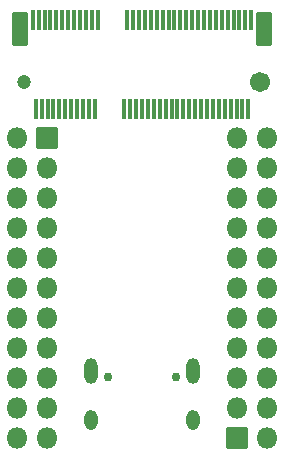
<source format=gbr>
G04 #@! TF.GenerationSoftware,KiCad,Pcbnew,(6.0.1)*
G04 #@! TF.CreationDate,2022-02-14T15:35:13+08:00*
G04 #@! TF.ProjectId,Test_Board,54657374-5f42-46f6-9172-642e6b696361,rev?*
G04 #@! TF.SameCoordinates,Original*
G04 #@! TF.FileFunction,Soldermask,Top*
G04 #@! TF.FilePolarity,Negative*
%FSLAX46Y46*%
G04 Gerber Fmt 4.6, Leading zero omitted, Abs format (unit mm)*
G04 Created by KiCad (PCBNEW (6.0.1)) date 2022-02-14 15:35:13*
%MOMM*%
%LPD*%
G01*
G04 APERTURE LIST*
G04 Aperture macros list*
%AMRoundRect*
0 Rectangle with rounded corners*
0 $1 Rounding radius*
0 $2 $3 $4 $5 $6 $7 $8 $9 X,Y pos of 4 corners*
0 Add a 4 corners polygon primitive as box body*
4,1,4,$2,$3,$4,$5,$6,$7,$8,$9,$2,$3,0*
0 Add four circle primitives for the rounded corners*
1,1,$1+$1,$2,$3*
1,1,$1+$1,$4,$5*
1,1,$1+$1,$6,$7*
1,1,$1+$1,$8,$9*
0 Add four rect primitives between the rounded corners*
20,1,$1+$1,$2,$3,$4,$5,0*
20,1,$1+$1,$4,$5,$6,$7,0*
20,1,$1+$1,$6,$7,$8,$9,0*
20,1,$1+$1,$8,$9,$2,$3,0*%
G04 Aperture macros list end*
%ADD10RoundRect,0.050800X-0.600000X-1.375000X0.600000X-1.375000X0.600000X1.375000X-0.600000X1.375000X0*%
%ADD11RoundRect,0.050800X-0.150000X-0.775000X0.150000X-0.775000X0.150000X0.775000X-0.150000X0.775000X0*%
%ADD12C,1.201600*%
%ADD13C,1.701600*%
%ADD14RoundRect,0.050800X0.850000X0.850000X-0.850000X0.850000X-0.850000X-0.850000X0.850000X-0.850000X0*%
%ADD15O,1.801600X1.801600*%
%ADD16O,1.101600X1.701600*%
%ADD17O,1.101600X2.201600*%
%ADD18C,0.751600*%
%ADD19RoundRect,0.050800X-0.850000X-0.850000X0.850000X-0.850000X0.850000X0.850000X-0.850000X0.850000X0*%
G04 APERTURE END LIST*
D10*
X139303062Y-52981366D03*
X118603062Y-52981366D03*
D11*
X138202962Y-52206466D03*
X137953062Y-59756366D03*
X137703062Y-52206466D03*
X137453162Y-59756366D03*
X137202962Y-52206466D03*
X136953062Y-59756366D03*
X136703062Y-52206466D03*
X136453162Y-59756366D03*
X136202962Y-52206466D03*
X135953062Y-59756366D03*
X135703062Y-52206466D03*
X135453162Y-59756366D03*
X135202962Y-52206466D03*
X134953062Y-59756366D03*
X134703062Y-52206466D03*
X134453162Y-59756366D03*
X134202962Y-52206466D03*
X133953062Y-59756366D03*
X133703062Y-52206466D03*
X133453162Y-59756366D03*
X133202962Y-52206466D03*
X132953062Y-59756366D03*
X132703062Y-52206466D03*
X132453162Y-59756366D03*
X132202962Y-52206466D03*
X131953062Y-59756366D03*
X131703062Y-52206466D03*
X131453162Y-59756366D03*
X131202962Y-52206466D03*
X130953062Y-59756366D03*
X130703062Y-52206466D03*
X130453162Y-59756366D03*
X130202962Y-52206466D03*
X129953062Y-59756366D03*
X129703062Y-52206466D03*
X129453162Y-59756366D03*
X129202962Y-52206466D03*
X128953062Y-59756366D03*
X128703062Y-52206466D03*
X128453162Y-59756366D03*
X128202962Y-52206466D03*
X127953062Y-59756366D03*
X127703062Y-52206466D03*
X127453162Y-59756366D03*
X125202962Y-52206466D03*
X124953062Y-59756366D03*
X124703062Y-52206466D03*
X124453162Y-59756366D03*
X124202962Y-52206466D03*
X123953062Y-59756366D03*
X123703062Y-52206466D03*
X123453162Y-59756366D03*
X123202962Y-52206466D03*
X122953062Y-59756366D03*
X122703162Y-52206466D03*
X122453162Y-59756366D03*
X122202962Y-52206466D03*
X121953062Y-59756366D03*
X121703162Y-52206466D03*
X121453162Y-59756366D03*
X121202962Y-52206466D03*
X120953062Y-59756366D03*
X120703162Y-52206466D03*
X120453162Y-59756366D03*
X120202962Y-52206466D03*
X119953062Y-59756366D03*
X119703162Y-52206466D03*
D12*
X118953062Y-57481266D03*
D13*
X138953062Y-57481266D03*
D14*
X120943062Y-62218366D03*
D15*
X118403062Y-62218366D03*
X120943062Y-64758366D03*
X118403062Y-64758366D03*
X120943062Y-67298366D03*
X118403062Y-67298366D03*
X120943062Y-69838366D03*
X118403062Y-69838366D03*
X120943062Y-72378366D03*
X118403062Y-72378366D03*
X120943062Y-74918366D03*
X118403062Y-74918366D03*
X120943062Y-77458366D03*
X118403062Y-77458366D03*
X120943062Y-79998366D03*
X118403062Y-79998366D03*
X120943062Y-82538366D03*
X118403062Y-82538366D03*
X120943062Y-85078366D03*
X118403062Y-85078366D03*
X120943062Y-87618366D03*
X118403062Y-87618366D03*
D16*
X124633062Y-86052166D03*
D17*
X133273062Y-81872166D03*
D16*
X133273062Y-86052166D03*
D17*
X124633062Y-81872166D03*
D18*
X131843062Y-82402166D03*
X126063062Y-82402166D03*
D15*
X139510462Y-62218368D03*
X136970462Y-62218368D03*
X139510462Y-64758368D03*
X136970462Y-64758368D03*
X139510462Y-67298368D03*
X136970462Y-67298368D03*
X139510462Y-69838368D03*
X136970462Y-69838368D03*
X139510462Y-72378368D03*
X136970462Y-72378368D03*
X139510462Y-74918368D03*
X136970462Y-74918368D03*
X139510462Y-77458368D03*
X136970462Y-77458368D03*
X139510462Y-79998368D03*
X136970462Y-79998368D03*
X139510462Y-82538368D03*
X136970462Y-82538368D03*
X139510462Y-85078368D03*
X136970462Y-85078368D03*
X139510462Y-87618368D03*
D19*
X136970462Y-87618368D03*
M02*

</source>
